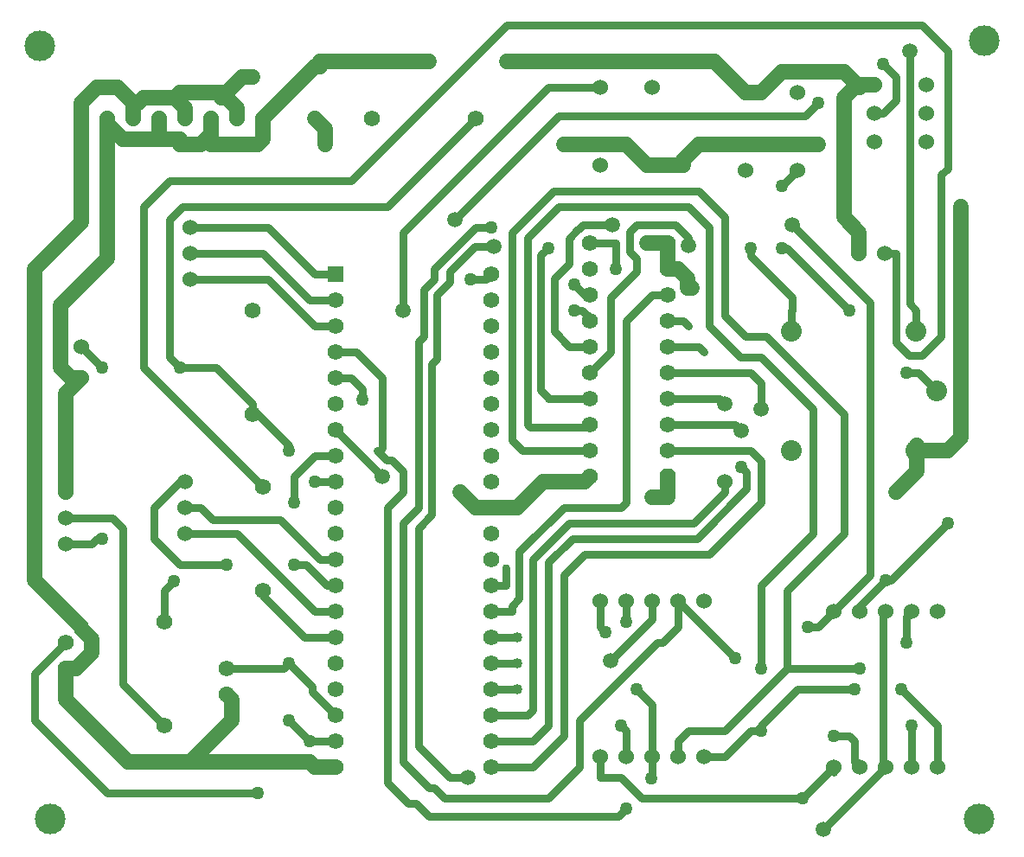
<source format=gbl>
%FSTAX23Y23*%
%MOIN*%
%SFA1B1*%

%IPPOS*%
%AMD19*
4,1,8,0.012900,-0.031000,0.031000,-0.012900,0.031000,0.012900,0.012900,0.031000,-0.012900,0.031000,-0.031000,0.012900,-0.031000,-0.012900,-0.012900,-0.031000,0.012900,-0.031000,0.0*
%
%ADD10C,0.059000*%
%ADD11C,0.031400*%
%ADD12C,0.031500*%
%ADD13C,0.059060*%
%ADD14C,0.060000*%
%ADD15C,0.050000*%
%ADD16C,0.062000*%
%ADD17C,0.080000*%
%ADD18R,0.062000X0.062000*%
G04~CAMADD=19~4~0.0~0.0~620.0~620.0~0.0~181.6~0~0.0~0.0~0.0~0.0~0~0.0~0.0~0.0~0.0~0~0.0~0.0~0.0~225.0~620.0~620.0*
%ADD19D19*%
%ADD20C,0.118110*%
%ADD21C,0.059060*%
%ADD22C,0.040000*%
%ADD23C,0.031500*%
%ADD24C,0.030000*%
%LNsystem-1*%
%LPD*%
G54D10*
X1204Y0696D02*
X1212D01*
Y0598D02*
Y0606D01*
X1206Y0598D02*
X1212D01*
X1026Y0744D02*
Y0748D01*
X1032Y0754D02*
X104D01*
X1046Y0744D02*
Y0748D01*
X1022Y0752D02*
X1026Y0748D01*
X10128Y0752D02*
X1022D01*
X1006Y0744D02*
Y075D01*
X0986D02*
X0992Y0756D01*
X1*
X1006Y075*
X1042Y0522D02*
X1044Y052D01*
Y0512D02*
Y052D01*
X1074Y0496D02*
X1076Y0494D01*
X1084*
X098Y052D02*
X1004Y0496D01*
X098Y052D02*
Y0532D01*
X0984*
X099Y0538*
Y05433*
X0986Y05473D02*
X099Y05433D01*
X0986Y05473D02*
Y0548D01*
X0968Y0566D02*
X0986Y0548D01*
X0968Y0566D02*
Y0686D01*
X0986Y0704*
X118Y0604D02*
X1182Y0606D01*
X1164Y0604D02*
X118D01*
X1154Y0594D02*
X1164Y0604D01*
X1144Y0594D02*
X1154D01*
X098Y0638D02*
X0986Y0644D01*
X098Y06D02*
Y0638D01*
X1056Y0736D02*
Y0744D01*
X1054Y0734D02*
X1056Y0736D01*
X1036Y0734D02*
X1054D01*
X0978Y0672D02*
X0996Y069D01*
X0978Y0648D02*
Y0672D01*
Y0648D02*
X0982Y0644D01*
X0986*
X1016Y0738D02*
Y0744D01*
X1024Y0734D02*
Y0736D01*
Y0734D02*
X1032D01*
X128Y07058D02*
Y0752D01*
Y07058D02*
X12858Y07D01*
X12858*
Y0692D02*
Y07D01*
X1325Y0621D02*
Y071D01*
X132Y0616D02*
X1325Y0621D01*
X1212Y0686D02*
Y0696D01*
X0986Y0704D02*
Y0744D01*
Y075*
X1004Y0496D02*
X1028D01*
X1074*
X1028D02*
X1044Y0512D01*
X0996Y069D02*
Y0742D01*
Y0744*
X1014Y0736D02*
X1016Y0738D01*
X0996Y0742D02*
X1002Y0736D01*
X1032Y0734D02*
X1036Y0738D01*
X1002Y0736D02*
X1024D01*
X1036Y0734D02*
Y0744D01*
X128Y0752D02*
X1285Y0757D01*
X12918*
X13078Y0616D02*
X132D01*
X104Y0754D02*
X1046Y0748D01*
G54D11*
X1074Y0504D02*
X1084D01*
X0996Y0484D02*
X1054D01*
X0968Y0512D02*
X0996Y0484D01*
X0968Y0512D02*
Y053D01*
X098Y0542*
X1028Y0682D02*
X1058D01*
X1076Y0664*
X1084*
X1028Y0692D02*
X1056D01*
X1074Y0674*
X1084*
X1028Y0702D02*
X1058D01*
X1076Y0684*
X1084*
X1026Y0584D02*
X1046D01*
X1076Y0554*
X1084*
X1026Y0594D02*
X1032D01*
X10368Y05891*
X10628*
X1078Y0574*
X1084*
X10807Y0564D02*
X1084D01*
X10727Y0572D02*
X10807Y0564D01*
X1068Y0572D02*
X10727D01*
X1024Y0604D02*
X1026D01*
X1014Y0594D02*
X1024Y0604D01*
X1014Y0582D02*
Y0594D01*
Y0582D02*
X1024Y0572D01*
X1042*
X1002Y0526D02*
X1018Y051D01*
X1002Y0526D02*
Y0586D01*
X0998Y059D02*
X1002Y0586D01*
X098Y059D02*
X0998D01*
X1076Y0614D02*
X1084D01*
X1068Y0606D02*
X1076Y0614D01*
X1068Y0596D02*
Y0606D01*
X10223Y05656D02*
Y05663D01*
X1018Y055D02*
Y0562D01*
X1056Y056D02*
Y0562D01*
Y056D02*
X1072Y0544D01*
X1084*
X0986Y0656D02*
X0994Y0648D01*
X1076Y0604D02*
X1084D01*
X1052Y063D02*
X1054D01*
X1066Y0618*
Y0616D02*
Y0618D01*
X1052Y063D02*
Y0634D01*
X1038Y0648D02*
X1052Y0634D01*
X1024Y0648D02*
X1038D01*
X1212Y0616D02*
X1244D01*
X1248Y0612*
Y0596D02*
Y0612D01*
X1228Y0576D02*
X1248Y0596D01*
X118Y0576D02*
X1228D01*
X1172Y0568D02*
X118Y0576D01*
X1172Y0506D02*
Y0568D01*
X116Y0494D02*
X1172Y0506D01*
X1144Y0494D02*
X116D01*
X1232Y0636D02*
X1234Y0634D01*
X1212Y0636D02*
X1232D01*
X1144Y0514D02*
X1158D01*
X116Y0516*
Y0574*
X1174Y0588*
X1222*
X1234Y06*
Y0604*
X1144Y0524D02*
X1154D01*
X1212Y0646D02*
X1244D01*
X1248Y0642*
Y0632D02*
Y0642D01*
X1144Y0534D02*
X1154D01*
X1224Y0656D02*
X1226Y0654D01*
X1212Y0656D02*
X1224D01*
X1144Y0544D02*
X1154D01*
X1218Y0666D02*
X122Y0664D01*
X1212Y0666D02*
X1218D01*
X1206Y0676D02*
X1212D01*
X1196Y0666D02*
X1206Y0676D01*
X1196Y0596D02*
Y0666D01*
X1194Y0594D02*
X1196Y0596D01*
X11727Y0594D02*
X1194D01*
X11548Y05588D02*
Y05768D01*
X1152Y0556D02*
X11548Y05588D01*
X1152Y0554D02*
Y0556D01*
X1144Y0554D02*
X1152D01*
X11497Y0564D02*
Y05706D01*
X1144Y0564D02*
X11497D01*
X1192Y0686D02*
Y0696D01*
X1182D02*
X1192D01*
X1166Y0636D02*
X1182D01*
X1216Y0548D02*
Y0558D01*
X121Y0542D02*
X1216Y0548D01*
X1208Y0542D02*
X121D01*
X1178Y0512D02*
X1208Y0542D01*
X1178Y0494D02*
Y0512D01*
X1166Y0482D02*
X1178Y0494D01*
X1126Y0482D02*
X1166D01*
X1122Y0486D02*
X1126Y0482D01*
X1122Y0686D02*
X1138Y0702D01*
X1144*
X1226Y0498D02*
X1234D01*
X1244Y0508*
X1248*
Y0532D02*
Y0564D01*
X1268Y0584*
Y0632*
X1248Y0652D02*
X1268Y0632D01*
X124Y0652D02*
X1248D01*
X1228Y0664D02*
X124Y0652D01*
X1228Y0664D02*
Y0702D01*
X122Y071D02*
X1228Y0702D01*
X117Y071D02*
X122D01*
X1158Y0698D02*
X117Y071D01*
X1158Y0626D02*
Y0698D01*
Y0626D02*
X1159Y0625D01*
X1183*
Y0626*
X1182D02*
X1183D01*
X1156Y0616D02*
X1182D01*
X1152Y062D02*
X1156Y0616D01*
X1152Y062D02*
Y07D01*
X1168Y0716*
X1224*
X1234Y0706*
Y0668D02*
Y0706D01*
Y0668D02*
X1242Y066D01*
X125*
X128Y063*
Y0584D02*
Y063D01*
X1258Y0562D02*
X128Y0584D01*
X1258Y0532D02*
Y0562D01*
X1234Y0508D02*
X1258Y0532D01*
X122Y0508D02*
X1234D01*
X1216Y0504D02*
X122Y0508D01*
X1216Y0498D02*
Y0504D01*
X1238Y0626D02*
X12405Y06234D01*
X1212Y0626D02*
X1238D01*
X1216Y0558D02*
X1234Y054D01*
X1272Y047D02*
X1295Y0493D01*
Y0553D02*
X1296Y0554D01*
X1115Y048D02*
X112Y0475D01*
X1183*
X1206Y0551D02*
Y0558D01*
X119Y0535D02*
X1206Y0551D01*
X12598Y0662D02*
Y067D01*
X12599*
X126Y06701*
Y0675*
X1244Y0691D02*
X126Y0675D01*
X1244Y0691D02*
Y0694D01*
X1075Y0523D02*
X1084Y0514D01*
X1075Y0523D02*
Y0525D01*
X1066Y0534D02*
X1075Y0525D01*
X13078Y0662D02*
Y067D01*
X13078D02*
X13078D01*
X13052Y06726D02*
X13078Y067D01*
X13052Y06726D02*
Y07698D01*
X101Y0648D02*
X1056Y0602D01*
X101Y0648D02*
Y071D01*
X102Y072*
X109*
X115Y078*
X131*
X132Y077*
Y07246D02*
Y077D01*
X13175Y07221D02*
X132Y07246D01*
X13175Y066D02*
Y07221D01*
X131Y06525D02*
X13175Y066D01*
X1305Y06525D02*
X131D01*
X13Y06575D02*
X1305Y06525D01*
X12958Y0692D02*
X13D01*
X102Y0652D02*
X1024Y0648D01*
X102Y0652D02*
Y0705D01*
X1025Y071*
X1104*
X1138Y0744*
X12918Y0746D02*
X1295D01*
X13Y0751*
Y076*
X1295Y0765D02*
X13Y076D01*
X1265Y0745D02*
X127Y075D01*
X117Y0745D02*
X1265D01*
X113Y0705D02*
X117Y0745D01*
X1084Y0624D02*
X1102Y0606D01*
X111Y067D02*
Y07D01*
X1166Y0756*
X1186*
X12405Y06094D02*
X12425Y06075D01*
Y06012D02*
Y06075D01*
X12233Y0582D02*
X12425Y06012D01*
X11753Y0582D02*
X12233D01*
X1166Y05727D02*
X11753Y0582D01*
X1166Y051D02*
Y05727D01*
X116Y0504D02*
X1166Y051D01*
X1144Y0504D02*
X116D01*
X1276Y0554D02*
X129Y0568D01*
Y06727*
X126Y07027D02*
X129Y06727D01*
X122Y0695D02*
Y06977D01*
X1215Y07027D02*
X122Y06977D01*
X12Y07027D02*
X1215D01*
X11975Y07002D02*
X12Y07027D01*
X11975Y06925D02*
Y07002D01*
Y06925D02*
X12Y069D01*
Y0685D02*
Y069D01*
X119Y0675D02*
X12Y0685D01*
X119Y0654D02*
Y0675D01*
X1182Y0646D02*
X119Y0654D01*
X1018Y0562D02*
X10216Y05656D01*
X10223Y05663*
X10216Y05656D02*
X10223D01*
X13Y06575D02*
Y0692D01*
X1295Y0493D02*
Y0495D01*
Y0553*
Y0495D02*
X1296Y0494D01*
G54D12*
X11548Y05768D02*
X1172Y0594D01*
X11727*
X12Y0524D02*
X1206Y0518D01*
X1194Y051D02*
X1196Y0508D01*
Y0498D02*
Y0508D01*
X1186Y049D02*
Y0498D01*
X1276Y0492D02*
Y0494D01*
X1193Y0475D02*
X1196Y0478D01*
X1183Y0475D02*
X1193D01*
X1206Y049D02*
Y0518D01*
X1186Y049D02*
X1194D01*
X1202Y0482*
X1264*
X1276Y0494*
X1316D02*
Y051D01*
X1302Y0524D02*
X1316Y051D01*
X1262Y0524D02*
X1284D01*
X1248Y051D02*
X1262Y0524D01*
X1248Y0508D02*
Y051D01*
X1306Y0494D02*
Y051D01*
X1258Y0532D02*
X1286D01*
X1304Y0542D02*
Y0552D01*
X1306Y0554*
X1186Y0548D02*
Y0558D01*
Y0548D02*
X1188Y0546D01*
X1266Y0548D02*
X127D01*
X1276Y0554*
X1196Y055D02*
Y0558D01*
X1234Y054D02*
X1238Y0536D01*
X1286Y0554D02*
Y0556D01*
X1296Y0566*
X1298*
X132Y0588*
X1276Y0506D02*
X1282D01*
X1284Y0504*
Y0496D02*
Y0504D01*
Y0496D02*
X1286Y0494D01*
X1256Y0694D02*
X1258D01*
X1282Y067*
X1304Y0646D02*
X13088D01*
X13158Y0639*
X1256Y0718D02*
X1262Y0724D01*
X0992Y0582D02*
X0994D01*
X099Y058D02*
X0992Y0582D01*
X098Y058D02*
X099D01*
X1042Y0532D02*
X1064D01*
X1066Y0534*
Y0512D02*
X1074Y0504D01*
X1084Y0654D02*
X1092D01*
X11037Y06122D02*
X11057D01*
X111Y0608*
Y06D02*
Y0608D01*
X1104Y0594D02*
X111Y06D01*
X1104Y0488D02*
Y0594D01*
Y0488D02*
X1112Y048D01*
X1115*
X1122Y0682D02*
Y0686D01*
X1118Y0678D02*
X1122Y0682D01*
X1118Y066D02*
Y0678D01*
X1116Y0658D02*
X1118Y066D01*
X1116Y0594D02*
Y0658D01*
X111Y0588D02*
X1116Y0594D01*
X111Y0496D02*
Y0588D01*
Y0496D02*
X112Y0486D01*
X1122*
X11211Y06491D02*
X11231Y06511D01*
X11211Y05911D02*
Y06491D01*
X1116Y0502D02*
Y0586D01*
Y0502D02*
X1128Y049D01*
X1136*
X1116Y0586D02*
X11211Y05911D01*
X11631Y06911D02*
X1166Y0694D01*
X11631Y06391D02*
Y06911D01*
Y06391D02*
X1166Y06362D01*
Y0636D02*
Y06362D01*
X1176Y068D02*
X118Y0676D01*
X1182*
X1174Y06976D02*
X11775Y07011D01*
X1174Y0688D02*
Y06976D01*
X11682Y06822D02*
X1174Y0688D01*
X1176Y067D02*
X11791D01*
X1182Y06671*
Y0666D02*
Y06671D01*
X11682Y06617D02*
X1174Y0656D01*
X1182*
X11682Y06617D02*
Y06822D01*
X11775Y07011D02*
X11777D01*
X11793Y07027*
X11906*
X1128Y06807D02*
Y06847D01*
X11377Y06945*
X1145*
X11231Y06511D02*
Y06758D01*
X1128Y06807*
X1136Y0682D02*
X1142D01*
X1144Y0684*
X1102Y06168D02*
Y0644D01*
X11005Y06154D02*
X1102Y06168D01*
X11Y0616D02*
X11037Y06122D01*
X1092Y0654D02*
X1102Y0644D01*
X1084D02*
X109D01*
X10945Y06394*
Y06354D02*
Y06394D01*
G54D13*
X1024Y0754D02*
X1032D01*
X1022Y0752D02*
X1024Y0754D01*
X1006Y075D02*
X1008D01*
X101Y0752*
X10128*
X1076Y0764D02*
X1078D01*
X1056Y0744D02*
X1076Y0764D01*
X1078Y0766D02*
X112D01*
X115D02*
X123D01*
X1242Y0754*
X1248*
X1256Y0762*
X128*
X1286Y0756*
X13Y06D02*
X1308Y0608D01*
Y0618*
X1132Y06D02*
X1138Y0594D01*
X1144*
X12196Y06785D02*
D01*
X1216Y0686D02*
X12196Y06823D01*
X1212Y0686D02*
X1216D01*
X12196Y06785D02*
Y06823D01*
Y06785D02*
X12214D01*
X1218Y0726D02*
Y0728D01*
X1224Y0734*
X1048Y076D02*
X1052D01*
X104Y0752D02*
X1048Y076D01*
X108Y0734D02*
Y074D01*
X1076Y0744D02*
X108Y074D01*
X1172Y0734D02*
X1196D01*
X1204Y0726*
X1218*
X1224Y0734D02*
X127D01*
G54D14*
X12918Y0757D03*
Y0746D03*
Y0735D03*
X13118Y0757D03*
Y0746D03*
Y0735D03*
X1216Y0498D03*
X1226D03*
X1216Y0558D03*
X1196D03*
X1186D03*
X1196Y0498D03*
X1186D03*
X1226Y0558D03*
X1206Y0498D03*
Y0558D03*
X1306Y0494D03*
X1316D03*
X1306Y0554D03*
X1286D03*
X1276D03*
X1286Y0494D03*
X1276D03*
X1316Y0554D03*
X1296Y0494D03*
Y0554D03*
X12958Y0692D03*
X12858D03*
X1028Y0682D03*
Y0692D03*
Y0702D03*
X1186Y0756D03*
X1206Y0726D03*
Y0756D03*
X1186Y0726D03*
X1242Y0754D03*
X098Y06D03*
X0986Y0644D03*
X1262Y0724D03*
X0986Y0656D03*
X098Y059D03*
Y058D03*
X1026Y0604D03*
Y0594D03*
Y0584D03*
X1262Y0754D03*
X1242Y0724D03*
X0986Y0744D03*
X1006D03*
X1026D03*
X1046D03*
X0996D03*
X1016D03*
X1036D03*
X1056D03*
X1234Y0604D03*
G54D15*
X1066Y0534D03*
Y0512D03*
X1256Y0694D03*
X1244D03*
X1074Y0504D03*
X1042Y0572D03*
X1068D03*
X10216Y05656D03*
X1068Y0596D03*
X1066Y0616D03*
X0994Y0648D03*
X1024D03*
X1054Y0484D03*
X12405Y06094D03*
X1192Y0686D03*
X1204Y0696D03*
X1076Y0604D03*
X1206Y0598D03*
X1248Y0532D03*
Y0508D03*
X1166Y0694D03*
X1144Y0702D03*
X12Y0524D03*
X1194Y051D03*
X1196Y0478D03*
X12056Y04896D03*
X1302Y0524D03*
X1284D03*
X1306Y051D03*
X1286Y0532D03*
X1264Y0482D03*
X1304Y0542D03*
X1188Y0546D03*
X1266Y0548D03*
X1196Y055D03*
X1238Y0536D03*
X1296Y0566D03*
X132Y0588D03*
X1276Y0506D03*
X112Y0766D03*
X115D03*
X127Y075D03*
X1295Y0765D03*
X1282Y067D03*
X1304Y0646D03*
X1256Y0718D03*
X13Y06D03*
X0994Y0582D03*
X1132Y06D03*
X12214Y06785D03*
D03*
X1224Y0734D03*
X1176Y067D03*
Y068D03*
X1136Y0682D03*
X1052Y076D03*
X108Y0734D03*
X1172D03*
X127D03*
X10945Y06354D03*
G54D16*
X098Y0542D03*
Y0532D03*
X1018Y051D03*
Y055D03*
X1144Y0594D03*
Y0564D03*
Y0554D03*
Y0544D03*
Y0534D03*
Y0524D03*
Y0514D03*
Y0504D03*
Y0494D03*
X1084Y0644D03*
Y0654D03*
Y0624D03*
X1144Y0684D03*
X1084Y0634D03*
X1052Y067D03*
X1084Y0604D03*
X1052Y063D03*
X1084Y0544D03*
X1056Y0562D03*
Y0602D03*
X1084Y0614D03*
Y0564D03*
Y0574D03*
Y0554D03*
Y0674D03*
Y0664D03*
Y0514D03*
X1042Y0532D03*
X1084Y0504D03*
Y0494D03*
X1042Y0522D03*
X1084Y0594D03*
Y0584D03*
Y0534D03*
Y0524D03*
X1144Y0574D03*
Y0584D03*
Y0604D03*
Y0614D03*
Y0624D03*
Y0634D03*
Y0644D03*
Y0654D03*
Y0664D03*
Y0674D03*
X1212Y0616D03*
Y0626D03*
Y0636D03*
Y0646D03*
Y0656D03*
Y0666D03*
Y0676D03*
Y0686D03*
Y0696D03*
X1182D03*
Y0686D03*
Y0676D03*
Y0666D03*
Y0656D03*
Y0646D03*
Y0636D03*
Y0626D03*
Y0616D03*
Y0606D03*
X1098Y0744D03*
X1138D03*
G54D17*
X13078Y0662D03*
X13158Y0639D03*
X12598Y0662D03*
X13078Y0616D03*
X12598D03*
G54D18*
X1084Y0684D03*
G54D19*
X1212Y0606D03*
G54D20*
X0974Y0474D03*
X1332D03*
X1334Y0774D03*
X097Y0772D03*
G54D21*
X12405Y06234D03*
X1234Y0634D03*
X1248Y0632D03*
X1272Y047D03*
X1135Y049D03*
X1145Y06945D03*
X119Y0535D03*
X1325Y071D03*
X13052Y07698D03*
X113Y0705D03*
X1102Y0606D03*
X111Y067D03*
X126Y07027D03*
X11906D03*
X122Y0695D03*
G54D22*
X1154Y0524D03*
Y0534D03*
Y0544D03*
G54D23*
X1226Y0654D03*
X122Y0664D03*
G54D24*
X11497Y05706D03*
M02*
</source>
